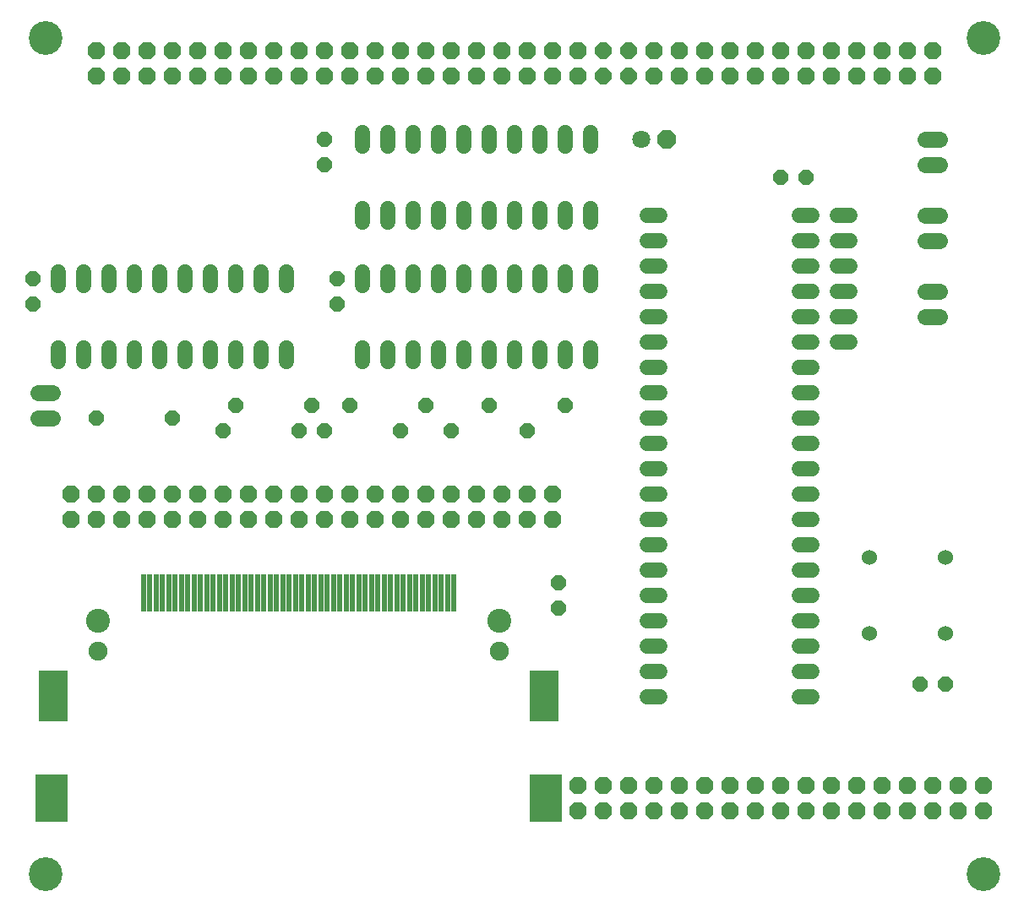
<source format=gts>
G75*
%MOIN*%
%OFA0B0*%
%FSLAX24Y24*%
%IPPOS*%
%LPD*%
%AMOC8*
5,1,8,0,0,1.08239X$1,22.5*
%
%ADD10C,0.1330*%
%ADD11OC8,0.0680*%
%ADD12OC8,0.0600*%
%ADD13OC8,0.0640*%
%ADD14OC8,0.0710*%
%ADD15C,0.0710*%
%ADD16R,0.0237X0.1458*%
%ADD17R,0.1122X0.1988*%
%ADD18C,0.0749*%
%ADD19C,0.0946*%
%ADD20C,0.0600*%
%ADD21C,0.0640*%
%ADD22C,0.0600*%
%ADD23R,0.1260X0.1850*%
D10*
X002180Y001680D03*
X039180Y001680D03*
X039180Y034680D03*
X002180Y034680D03*
D11*
X004180Y034180D03*
X005180Y034180D03*
X006180Y034180D03*
X006180Y033180D03*
X005180Y033180D03*
X004180Y033180D03*
X007180Y033180D03*
X008180Y033180D03*
X008180Y034180D03*
X007180Y034180D03*
X009180Y034180D03*
X010180Y034180D03*
X010180Y033180D03*
X009180Y033180D03*
X011180Y033180D03*
X012180Y033180D03*
X013180Y033180D03*
X013180Y034180D03*
X012180Y034180D03*
X011180Y034180D03*
X014180Y034180D03*
X015180Y034180D03*
X015180Y033180D03*
X014180Y033180D03*
X016180Y033180D03*
X017180Y033180D03*
X018180Y033180D03*
X018180Y034180D03*
X017180Y034180D03*
X016180Y034180D03*
X019180Y034180D03*
X020180Y034180D03*
X020180Y033180D03*
X019180Y033180D03*
X021180Y033180D03*
X022180Y033180D03*
X022180Y034180D03*
X021180Y034180D03*
X023180Y034180D03*
X023180Y033180D03*
X026180Y033180D03*
X027180Y033180D03*
X027180Y034180D03*
X026180Y034180D03*
X028180Y034180D03*
X029180Y034180D03*
X030180Y034180D03*
X030180Y033180D03*
X029180Y033180D03*
X028180Y033180D03*
X031180Y033180D03*
X032180Y033180D03*
X032180Y034180D03*
X031180Y034180D03*
X033180Y034180D03*
X034180Y034180D03*
X034180Y033180D03*
X033180Y033180D03*
X035180Y033180D03*
X036180Y033180D03*
X037180Y033180D03*
X037180Y034180D03*
X036180Y034180D03*
X035180Y034180D03*
X022180Y016680D03*
X022180Y015680D03*
X021180Y015680D03*
X021180Y016680D03*
X020180Y016680D03*
X020180Y015680D03*
X019180Y015680D03*
X019180Y016680D03*
X018180Y016680D03*
X018180Y015680D03*
X017180Y015680D03*
X017180Y016680D03*
X016180Y016680D03*
X016180Y015680D03*
X015180Y015680D03*
X015180Y016680D03*
X014180Y016680D03*
X014180Y015680D03*
X013180Y015680D03*
X013180Y016680D03*
X012180Y016680D03*
X012180Y015680D03*
X011180Y015680D03*
X011180Y016680D03*
X010180Y016680D03*
X010180Y015680D03*
X009180Y015680D03*
X009180Y016680D03*
X008180Y016680D03*
X008180Y015680D03*
X007180Y015680D03*
X007180Y016680D03*
X006180Y016680D03*
X006180Y015680D03*
X005180Y015680D03*
X005180Y016680D03*
X004180Y016680D03*
X004180Y015680D03*
X003180Y015680D03*
X003180Y016680D03*
X023180Y005180D03*
X024180Y005180D03*
X025180Y005180D03*
X025180Y004180D03*
X024180Y004180D03*
X023180Y004180D03*
X026180Y004180D03*
X027180Y004180D03*
X027180Y005180D03*
X026180Y005180D03*
X028180Y005180D03*
X029180Y005180D03*
X030180Y005180D03*
X030180Y004180D03*
X029180Y004180D03*
X028180Y004180D03*
X031180Y004180D03*
X032180Y004180D03*
X032180Y005180D03*
X031180Y005180D03*
X033180Y005180D03*
X034180Y005180D03*
X034180Y004180D03*
X033180Y004180D03*
X035180Y004180D03*
X036180Y004180D03*
X037180Y004180D03*
X037180Y005180D03*
X036180Y005180D03*
X035180Y005180D03*
X038180Y005180D03*
X039180Y005180D03*
X039180Y004180D03*
X038180Y004180D03*
D12*
X037680Y009180D03*
X036680Y009180D03*
X022430Y012180D03*
X022430Y013180D03*
X021180Y019180D03*
X022680Y020180D03*
X019680Y020180D03*
X018180Y019180D03*
X017180Y020180D03*
X016180Y019180D03*
X014180Y020180D03*
X013180Y019180D03*
X012180Y019180D03*
X012680Y020180D03*
X009680Y020180D03*
X009180Y019180D03*
X007180Y019680D03*
X004180Y019680D03*
X001680Y024180D03*
X001680Y025180D03*
X013180Y029680D03*
X013180Y030680D03*
X013680Y025180D03*
X013680Y024180D03*
X031180Y029180D03*
X032180Y029180D03*
D13*
X025180Y033180D03*
X024180Y033180D03*
X024180Y034180D03*
X025180Y034180D03*
D14*
X026680Y030680D03*
D15*
X025680Y030680D03*
D16*
X018305Y012786D03*
X018055Y012786D03*
X017805Y012786D03*
X017555Y012786D03*
X017305Y012786D03*
X017055Y012786D03*
X016805Y012786D03*
X016555Y012786D03*
X016305Y012786D03*
X016055Y012786D03*
X015805Y012786D03*
X015555Y012786D03*
X015305Y012786D03*
X015055Y012786D03*
X014805Y012786D03*
X014555Y012786D03*
X014305Y012786D03*
X014055Y012786D03*
X013805Y012786D03*
X013555Y012786D03*
X013305Y012786D03*
X013055Y012786D03*
X012805Y012786D03*
X012555Y012786D03*
X012305Y012786D03*
X012055Y012786D03*
X011805Y012786D03*
X011555Y012786D03*
X011305Y012786D03*
X011055Y012786D03*
X010805Y012786D03*
X010555Y012786D03*
X010305Y012786D03*
X010055Y012786D03*
X009805Y012786D03*
X009555Y012786D03*
X009305Y012786D03*
X009055Y012786D03*
X008805Y012786D03*
X008555Y012786D03*
X008305Y012786D03*
X008055Y012786D03*
X007805Y012786D03*
X007555Y012786D03*
X007305Y012786D03*
X007055Y012786D03*
X006805Y012786D03*
X006555Y012786D03*
X006305Y012786D03*
X006055Y012786D03*
D17*
X002495Y008717D03*
X021865Y008708D03*
D18*
X020086Y010499D03*
X004274Y010499D03*
D19*
X004274Y011680D03*
X020086Y011680D03*
D20*
X025920Y011680D02*
X026440Y011680D01*
X026440Y012680D02*
X025920Y012680D01*
X025920Y013680D02*
X026440Y013680D01*
X026440Y014680D02*
X025920Y014680D01*
X025920Y015680D02*
X026440Y015680D01*
X026440Y016680D02*
X025920Y016680D01*
X025920Y017680D02*
X026440Y017680D01*
X026440Y018680D02*
X025920Y018680D01*
X025920Y019680D02*
X026440Y019680D01*
X026440Y020680D02*
X025920Y020680D01*
X025920Y021680D02*
X026440Y021680D01*
X026440Y022680D02*
X025920Y022680D01*
X025920Y023680D02*
X026440Y023680D01*
X026440Y024680D02*
X025920Y024680D01*
X025920Y025680D02*
X026440Y025680D01*
X026440Y026680D02*
X025920Y026680D01*
X025920Y027680D02*
X026440Y027680D01*
X023680Y027420D02*
X023680Y027940D01*
X022680Y027940D02*
X022680Y027420D01*
X021680Y027420D02*
X021680Y027940D01*
X020680Y027940D02*
X020680Y027420D01*
X019680Y027420D02*
X019680Y027940D01*
X018680Y027940D02*
X018680Y027420D01*
X017680Y027420D02*
X017680Y027940D01*
X016680Y027940D02*
X016680Y027420D01*
X015680Y027420D02*
X015680Y027940D01*
X014680Y027940D02*
X014680Y027420D01*
X014680Y025440D02*
X014680Y024920D01*
X015680Y024920D02*
X015680Y025440D01*
X016680Y025440D02*
X016680Y024920D01*
X017680Y024920D02*
X017680Y025440D01*
X018680Y025440D02*
X018680Y024920D01*
X019680Y024920D02*
X019680Y025440D01*
X020680Y025440D02*
X020680Y024920D01*
X021680Y024920D02*
X021680Y025440D01*
X022680Y025440D02*
X022680Y024920D01*
X023680Y024920D02*
X023680Y025440D01*
X023680Y022440D02*
X023680Y021920D01*
X022680Y021920D02*
X022680Y022440D01*
X021680Y022440D02*
X021680Y021920D01*
X020680Y021920D02*
X020680Y022440D01*
X019680Y022440D02*
X019680Y021920D01*
X018680Y021920D02*
X018680Y022440D01*
X017680Y022440D02*
X017680Y021920D01*
X016680Y021920D02*
X016680Y022440D01*
X015680Y022440D02*
X015680Y021920D01*
X014680Y021920D02*
X014680Y022440D01*
X011680Y022440D02*
X011680Y021920D01*
X010680Y021920D02*
X010680Y022440D01*
X009680Y022440D02*
X009680Y021920D01*
X008680Y021920D02*
X008680Y022440D01*
X007680Y022440D02*
X007680Y021920D01*
X006680Y021920D02*
X006680Y022440D01*
X005680Y022440D02*
X005680Y021920D01*
X004680Y021920D02*
X004680Y022440D01*
X003680Y022440D02*
X003680Y021920D01*
X002680Y021920D02*
X002680Y022440D01*
X002680Y024920D02*
X002680Y025440D01*
X003680Y025440D02*
X003680Y024920D01*
X004680Y024920D02*
X004680Y025440D01*
X005680Y025440D02*
X005680Y024920D01*
X006680Y024920D02*
X006680Y025440D01*
X007680Y025440D02*
X007680Y024920D01*
X008680Y024920D02*
X008680Y025440D01*
X009680Y025440D02*
X009680Y024920D01*
X010680Y024920D02*
X010680Y025440D01*
X011680Y025440D02*
X011680Y024920D01*
X014680Y030420D02*
X014680Y030940D01*
X015680Y030940D02*
X015680Y030420D01*
X016680Y030420D02*
X016680Y030940D01*
X017680Y030940D02*
X017680Y030420D01*
X018680Y030420D02*
X018680Y030940D01*
X019680Y030940D02*
X019680Y030420D01*
X020680Y030420D02*
X020680Y030940D01*
X021680Y030940D02*
X021680Y030420D01*
X022680Y030420D02*
X022680Y030940D01*
X023680Y030940D02*
X023680Y030420D01*
X031920Y027680D02*
X032440Y027680D01*
X033420Y027680D02*
X033940Y027680D01*
X033940Y026680D02*
X033420Y026680D01*
X032440Y026680D02*
X031920Y026680D01*
X031920Y025680D02*
X032440Y025680D01*
X033420Y025680D02*
X033940Y025680D01*
X033940Y024680D02*
X033420Y024680D01*
X032440Y024680D02*
X031920Y024680D01*
X031920Y023680D02*
X032440Y023680D01*
X033420Y023680D02*
X033940Y023680D01*
X033940Y022680D02*
X033420Y022680D01*
X032440Y022680D02*
X031920Y022680D01*
X031920Y021680D02*
X032440Y021680D01*
X032440Y020680D02*
X031920Y020680D01*
X031920Y019680D02*
X032440Y019680D01*
X032440Y018680D02*
X031920Y018680D01*
X031920Y017680D02*
X032440Y017680D01*
X032440Y016680D02*
X031920Y016680D01*
X031920Y015680D02*
X032440Y015680D01*
X032440Y014680D02*
X031920Y014680D01*
X031920Y013680D02*
X032440Y013680D01*
X032440Y012680D02*
X031920Y012680D01*
X031920Y011680D02*
X032440Y011680D01*
X032440Y010680D02*
X031920Y010680D01*
X031920Y009680D02*
X032440Y009680D01*
X032440Y008680D02*
X031920Y008680D01*
X026440Y008680D02*
X025920Y008680D01*
X025920Y009680D02*
X026440Y009680D01*
X026440Y010680D02*
X025920Y010680D01*
D21*
X036900Y023680D02*
X037460Y023680D01*
X037460Y024680D02*
X036900Y024680D01*
X036900Y026680D02*
X037460Y026680D01*
X037460Y027680D02*
X036900Y027680D01*
X036900Y029680D02*
X037460Y029680D01*
X037460Y030680D02*
X036900Y030680D01*
X002460Y020680D02*
X001900Y020680D01*
X001900Y019680D02*
X002460Y019680D01*
D22*
X034680Y014180D03*
X034680Y011180D03*
X037680Y011180D03*
X037680Y014180D03*
D23*
X021930Y004680D03*
X002430Y004680D03*
M02*

</source>
